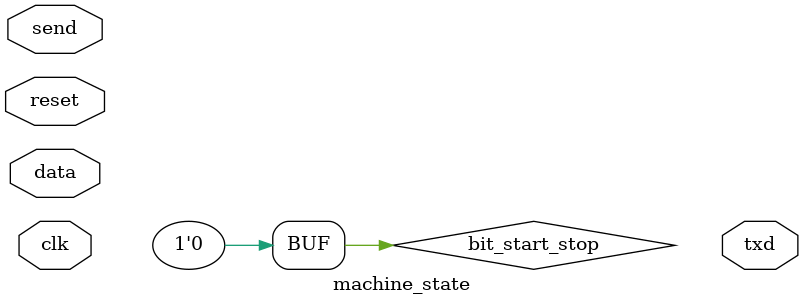
<source format=v>
`timescale 1ns / 1ps


module machine_state(
    
    input clk,
    input reset,
    input send,
    input [7:0]data,
    output txd 
    );
    
    reg [2:0]state = 2'd0;
    reg prev_send = 1'b0;
    reg bit_start_stop = 1'b0;
    reg [7:0]txd_internal;
    reg txd_output = 1'b0;
    
    always @(posedge clk) 
        begin
        if (reset) state = 2'd0;
        case(state)
            2'd0:
                begin
                if ((prev_send) == 0 & (send == 1))
                    begin
                    state = 2'd1;
                    txd_internal = data;
                    end
                end
            2'd1:
                begin
                    txd_output = 1'b1;
                    state = 2'd2;
                end
            2'd2:
                begin
                    
                end
            2'd3:
                begin
                
                end
           
        endcase
        prev_send = send;
        end
        
endmodule

</source>
